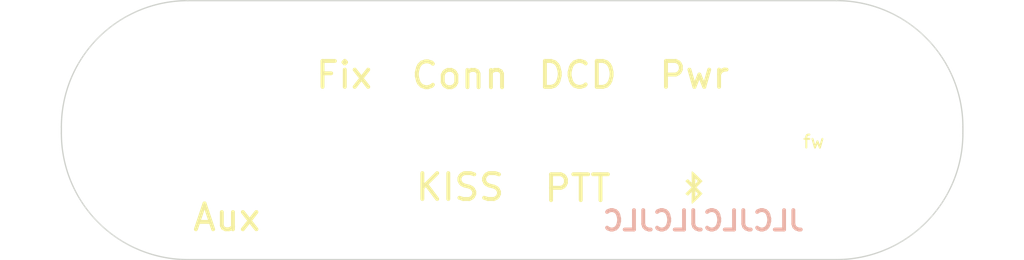
<source format=kicad_pcb>
(kicad_pcb (version 20221018) (generator pcbnew)
  (layers (0 "F.Cu" signal) (31 "B.Cu" signal) (34 "B.Paste" user) (35 "F.Paste" user) (36 "B.SilkS" user "B.Silkscreen") (37 "F.SilkS" user "F.Silkscreen") (38 "B.Mask" user) (39 "F.Mask" user) (44 "Edge.Cuts" user))
  (net 0 "")
  (footprint "MountingHole:MountingHole_3.2mm_M3" (layer "F.Cu") (at 95 90)
    (fp_text reference "REF**" hide)
    (fp_text value "MountingHole_3.2mm_M3")
    (pad "" np_thru_hole circle (at 0 0) (size 3.2 3.2) (drill 3.2) (layers "*.Cu" "*.Mask"))
  )
  (footprint "MountingHole:MountingHole_3mm" (layer "F.Cu") (at 130.05 90)
    (fp_text reference "REF**" hide)
    (fp_text value "MountingHole_3mm")
    (pad "" np_thru_hole circle (at 0 0) (size 3 3) (drill 3) (layers "F&B.Cu" "*.Mask"))
  )
  (footprint "MountingHole:MountingHole_4mm" (layer "F.Cu") (at 103.05 92.39)
    (fp_text reference "REF**" hide)
    (fp_text value "MountingHole_5mm")
    (pad "" np_thru_hole circle (at 0 0) (size 5 5) (drill 5) (layers "F&B.Cu" "*.Mask"))
  )
  (footprint "MountingHole:MountingHole_2.1mm" (layer "F.Cu") (at 146.05 90.89)
    (fp_text reference "REF**" hide)
    (fp_text value "MountingHole_2.1mm")
    (pad "" np_thru_hole circle (at 0 0) (size 1.5 1.5) (drill 1.5) (layers "F&B.Cu" "*.Mask"))
  )
  (footprint "MountingHole:MountingHole_3mm" (layer "F.Cu") (at 121.05 90)
    (fp_text reference "REF**" hide)
    (fp_text value "MountingHole_3mm")
    (pad "" np_thru_hole circle (at 0 0) (size 3 3) (drill 3) (layers "F&B.Cu" "*.Mask"))
  )
  (footprint "MountingHole:MountingHole_3mm" (layer "F.Cu") (at 112.05 90)
    (fp_text reference "REF**" hide)
    (fp_text value "MountingHole_3mm")
    (pad "" np_thru_hole circle (at 0 0) (size 3 3) (drill 3) (layers "F&B.Cu" "*.Mask"))
  )
  (footprint "MountingHole:MountingHole_3mm" (layer "F.Cu") (at 139.05 90)
    (fp_text reference "REF**" hide)
    (fp_text value "MountingHole_3mm")
    (pad "" np_thru_hole circle (at 0 0) (size 3 3) (drill 3) (layers "F&B.Cu" "*.Mask"))
  )
  (footprint "MountingHole:MountingHole_3.2mm_M3" (layer "F.Cu") (at 155 90)
    (fp_text reference "REF**" hide)
    (fp_text value "MountingHole_3.2mm_M3")
    (pad "" np_thru_hole circle (at 0 0) (size 3.2 3.2) (drill 3.2) (layers "*.Cu" "*.Mask"))
  )
  (footprint "LOGO" (layer "F.Cu") (at 139.018 94.4374)
    (fp_text reference "G***" hide)
    (fp_text value "LOGO" hide)
    (fp_poly (pts (xy -0.105586 -1.232598) (xy -0.04284 -1.182557) (xy 0.044106 -1.105662) (xy 0.149265 -1.007236) (xy 0.266651 -0.892604) (xy 0.286475 -0.872807) (xy 0.663456 -0.495152) (xy 0.423064 -0.253757) (xy 0.182672 -0.012361) (xy 0.422916 0.227883) (xy 0.66316 0.468127) (xy 0.28599 0.855502) (xy 0.170394 0.97217) (xy 0.064558 1.075131) (xy -0.025384 1.158722) (xy -0.093296 1.217284) (xy -0.133043 1.245154) (xy -0.137931 1.246669) (xy -0.154727 1.24482) (xy -0.166728 1.231422) (xy -0.174543 1.199414) (xy -0.178782 1.141738) (xy -0.180056 1.051337) (xy -0.178975 0.92115) (xy -0.177008 0.794532) (xy -0.174796 0.646959) (xy -0.174108 0.583883) (xy 0.097164 0.583883) (xy 0.098083 0.65882) (xy 0.102023 0.697956) (xy 0.104205 0.700992) (xy 0.127165 0.681616) (xy 0.172633 0.634318) (xy 0.212672 0.589803) (xy 0.308113 0.48113) (xy 0.207989 0.373792) (xy 0.107865 0.266454) (xy 0.099522 0.48498) (xy 0.097164 0.583883) (xy -0.174108 0.583883) (xy -0.173403 0.519299) (xy -0.172877 0.419887) (xy -0.173266 0.357056) (xy -0.174371 0.338634) (xy -0.193285 0.356107) (xy -0.238755 0.402316) (xy -0.301696 0.467992) (xy -0.314919 0.481949) (xy -0.383889 0.55088) (xy -0.441893 0.601659) (xy -0.477885 0.624744) (xy -0.480854 0.625231) (xy -0.516611 0.607786) (xy -0.568968 0.5642) (xy -0.586705 0.546502) (xy -0.662133 0.467772) (xy -0.422402 0.227041) (xy -0.182672 -0.01369) (xy -0.422567 -0.253585) (xy -0.662461 -0.49348) (xy -0.58687 -0.572381) (xy -0.533763 -0.621624) (xy -0.492548 -0.649171) (xy -0.484343 -0.651282) (xy -0.454179 -0.634078) (xy -0.398661 -0.588518) (xy -0.328671 -0.523681) (xy -0.313371 -0.50868) (xy -0.169333 -0.366078) (xy -0.169909 -0.397012) (xy 0.097193 -0.397012) (xy 0.098247 -0.325445) (xy 0.102498 -0.290345) (xy 0.104205 -0.288708) (xy 0.127152 -0.308095) (xy 0.171717 -0.355263) (xy 0.204924 -0.39298) (xy 0.292617 -0.494985) (xy 0.200331 -0.597135) (xy 0.108044 -0.699286) (xy 0.099612 -0.492864) (xy 0.097193 -0.397012) (xy -0.169909 -0.397012) (xy -0.177562 -0.80827) (xy -0.180231 -0.969734) (xy -0.180877 -1.086356) (xy -0.178852 -1.165377) (xy -0.173512 -1.21404) (xy -0.164212 -1.239586) (xy -0.150305 -1.249257) (xy -0.138148 -1.250461)) (fill solid) (layer "F.SilkS"))
  )
  (gr_arc (start 159.75 90.25) (mid 156.894291 97.144291) (end 150 100) (stroke (width 0.1)) (layer "Edge.Cuts"))
  (gr_line (start 159.75 89.75) (end 159.75 90.25) (stroke (width 0.1)) (layer "Edge.Cuts"))
  (gr_arc (start 100 100) (mid 93.105709 97.144291) (end 90.25 90.25) (stroke (width 0.1)) (layer "Edge.Cuts"))
  (gr_arc (start 90.25 89.75) (mid 93.105709 82.855709) (end 100 80) (stroke (width 0.1)) (layer "Edge.Cuts"))
  (gr_arc (start 150 80) (mid 156.894291 82.855709) (end 159.75 89.75) (stroke (width 0.1)) (layer "Edge.Cuts"))
  (gr_line (start 100 100) (end 150 100) (stroke (width 0.1)) (layer "Edge.Cuts"))
  (gr_line (start 90.25 89.75) (end 90.25 90.25) (stroke (width 0.1)) (layer "Edge.Cuts"))
  (gr_line (start 100 80) (end 150 80) (stroke (width 0.1)) (layer "Edge.Cuts"))
  (gr_text "JLCJLCJLCJLC" (at 139.75 97) (layer "B.SilkS") (effects (font (size 1.5 1.5) (thickness 0.3)) (justify mirror)))
  (gr_text "fw" (at 148.25 90.89) (layer "F.SilkS") (effects (font (size 1 1))))
  (gr_text "Aux" (at 103 96.75) (layer "F.SilkS") (effects (font (size 2 2) (thickness 0.3))))
  (gr_text "KISS" (at 120.984 94.412) (layer "F.SilkS") (effects (font (size 2 2) (thickness 0.3))))
  (gr_text "Pwr" (at 139.05 85.75) (layer "F.SilkS") (effects (font (size 2 2) (thickness 0.3))))
  (gr_text "PTT" (at 130.05 94.5) (layer "F.SilkS") (effects (font (size 2 2) (thickness 0.3))))
  (gr_text "DCD" (at 130.05 85.75) (layer "F.SilkS") (effects (font (size 2 2) (thickness 0.3))))
  (gr_text "Fix" (at 112.05 85.75) (layer "F.SilkS") (effects (font (size 2 2) (thickness 0.3))))
  (gr_text "Conn" (at 120.984 85.776) (layer "F.SilkS") (effects (font (size 2 2) (thickness 0.3))))
)
</source>
